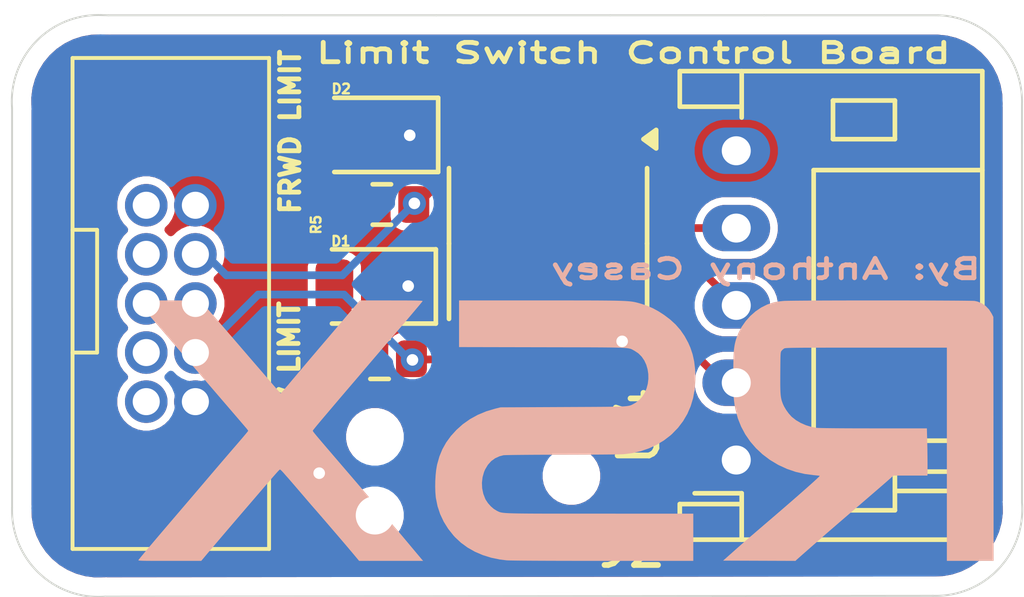
<source format=kicad_pcb>
(kicad_pcb (version 20241229) (generator "pcbnew") (generator_version "9.0")
  (layers (0 "F.Cu" signal) (2 "B.Cu" signal) (13 "F.Paste" user) (15 "B.Paste" user) (5 "F.SilkS" user "F.Silkscreen") (7 "B.SilkS" user "B.Silkscreen") (1 "F.Mask" user) (3 "B.Mask" user) (25 "Edge.Cuts" user))
  (net 0 "")
  (net 1 "GND")
  (net 2 "/R_lim_dig")
  (net 3 "/F_lim_dig")
  (net 4 "/Hall_3")
  (net 5 "/Hall_2")
  (net 6 "/Program")
  (net 7 "/Hall_1")
  (net 8 "Net-(D1-A)")
  (net 9 "Net-(D2-A)")
  (net 10 "+5V")
  (footprint "Resistor_SMD:R_0603_1608Metric" (layer "F.Cu") (at 129.93 104.82 180)
    (property "Reference" "R4" (at 1.64 -0.54 90) (layer "F.SilkS") (effects (font (size 0.25 0.25) (thickness 0.0625))))
    (property "Value" "4.7k" (hide yes))
    (fp_line (start -0.237258 0.5225) (end 0.237258 0.5225) (stroke (width 0.12)) (layer "F.SilkS") (net 1))
    (fp_line (start -0.237258 -0.5225) (end 0.237258 -0.5225) (stroke (width 0.12)) (layer "F.SilkS") (net 1))
    (pad "1" smd roundrect (at -0.825 0 180) (size 0.8 0.95) (layers "F.Cu" "F.Mask" "F.Paste") (net 2 "/R_lim_dig"))
    (pad "2" smd roundrect (at 0.825 0 180) (size 0.8 0.95) (layers "F.Cu" "F.Mask" "F.Paste") (net 8 "Net-(D1-A)"))
  )
  (footprint "myLib:Half_Pitch_IDC_2x5" (layer "F.Cu") (at 124.535 103.39)
    (property "Reference" "J3" (hide yes))
    (property "Value" "Conn_02x05_Odd_Even" (hide yes))
    (fp_line (start -2.54 -6.35) (end 2.54 -6.35) (stroke (width 0.1)) (layer "F.SilkS") (net 1))
    (fp_line (start -2.54 -1.905) (end -1.905 -1.905) (stroke (width 0.1)) (layer "F.SilkS") (net 1))
    (fp_line (start -2.54 6.35) (end -2.54 -6.35) (stroke (width 0.1)) (layer "F.SilkS") (net 1))
    (fp_line (start -1.905 -1.905) (end -1.905 1.27) (stroke (width 0.1)) (layer "F.SilkS") (net 1))
    (fp_line (start -1.905 1.27) (end -2.54 1.27) (stroke (width 0.1)) (layer "F.SilkS") (net 1))
    (fp_line (start 2.54 -6.35) (end 2.54 6.35) (stroke (width 0.1)) (layer "F.SilkS") (net 1))
    (fp_line (start 2.54 6.35) (end -2.54 6.35) (stroke (width 0.1)) (layer "F.SilkS") (net 1))
    (pad "1" thru_hole circle (at -0.635 -2.54) (size 1.1 1.1) (drill 0.7) (layers "*.Cu" "*.Mask"))
    (pad "2" thru_hole circle (at 0.635 -2.54) (size 1.1 1.1) (drill 0.7) (layers "*.Cu" "*.Mask") (net 10 "+5V"))
    (pad "3" thru_hole circle (at -0.635 -1.27) (size 1.1 1.1) (drill 0.7) (layers "*.Cu" "*.Mask"))
    (pad "4" thru_hole circle (at 0.635 -1.27) (size 1.1 1.1) (drill 0.7) (layers "*.Cu" "*.Mask") (net 3 "/F_lim_dig"))
    (pad "5" thru_hole circle (at -0.635 0) (size 1.1 1.1) (drill 0.7) (layers "*.Cu" "*.Mask"))
    (pad "6" thru_hole circle (at 0.635 0) (size 1.1 1.1) (drill 0.7) (layers "*.Cu" "*.Mask"))
    (pad "7" thru_hole circle (at -0.635 1.27) (size 1.1 1.1) (drill 0.7) (layers "*.Cu" "*.Mask"))
    (pad "8" thru_hole circle (at 0.635 1.27) (size 1.1 1.1) (drill 0.7) (layers "*.Cu" "*.Mask") (net 2 "/R_lim_dig"))
    (pad "9" thru_hole circle (at -0.635 2.54) (size 1.1 1.1) (drill 0.7) (layers "*.Cu" "*.Mask"))
    (pad "10" thru_hole circle (at 0.635 2.54) (size 1.1 1.1) (drill 0.7) (layers "*.Cu" "*.Mask") (net 1 "GND"))
  )
  (footprint "Package_SO:SOIC-8_3.9x4.9mm_P1.27mm" (layer "F.Cu") (at 134.285 101.84 -90)
    (property "Reference" "U4" (at 4.72 -2.345 270) (layer "F.SilkS"))
    (property "Value" "ATtiny202-SS" (hide yes))
    (fp_line (start 0 2.56) (end -1.95 2.56) (stroke (width 0.12)) (layer "F.SilkS") (net 1))
    (fp_line (start 0 2.56) (end 1.95 2.56) (stroke (width 0.12)) (layer "F.SilkS") (net 1))
    (fp_line (start 0 -2.56) (end -1.95 -2.56) (stroke (width 0.12)) (layer "F.SilkS") (net 1))
    (fp_line (start 0 -2.56) (end 1.95 -2.56) (stroke (width 0.12)) (layer "F.SilkS") (net 1))
    (fp_poly (pts (xy -2.7 -2.465) (xy -2.94 -2.795) (xy -2.46 -2.795) (xy -2.7 -2.465)) (stroke (width 0.12)) (fill yes) (layer "F.SilkS") (net 1))
    (pad "1" smd roundrect (at -2.475 -1.905 270) (size 1.95 0.6) (layers "F.Cu" "F.Mask" "F.Paste") (net 10 "+5V"))
    (pad "2" smd roundrect (at -2.475 -0.635 270) (size 1.95 0.6) (layers "F.Cu" "F.Mask" "F.Paste") (net 7 "/Hall_1"))
    (pad "3" smd roundrect (at -2.475 0.635 270) (size 1.95 0.6) (layers "F.Cu" "F.Mask" "F.Paste") (net 5 "/Hall_2"))
    (pad "4" smd roundrect (at -2.475 1.905 270) (size 1.95 0.6) (layers "F.Cu" "F.Mask" "F.Paste") (net 3 "/F_lim_dig"))
    (pad "5" smd roundrect (at 2.475 1.905 270) (size 1.95 0.6) (layers "F.Cu" "F.Mask" "F.Paste") (net 2 "/R_lim_dig"))
    (pad "6" smd roundrect (at 2.475 0.635 270) (size 1.95 0.6) (layers "F.Cu" "F.Mask" "F.Paste") (net 6 "/Program"))
    (pad "7" smd roundrect (at 2.475 -0.635 270) (size 1.95 0.6) (layers "F.Cu" "F.Mask" "F.Paste") (net 4 "/Hall_3"))
    (pad "8" smd roundrect (at 2.475 -1.905 270) (size 1.95 0.6) (layers "F.Cu" "F.Mask" "F.Paste") (net 1 "GND"))
  )
  (footprint "rsx_leds:LED_0805_2012Metric" (layer "F.Cu") (at 129.7 102.95 180)
    (property "Reference" "D1" (at 0.77 1.17 180) (layer "F.SilkS") (effects (font (size 0.25 0.25) (thickness 0.0625))))
    (property "Value" "LED" (hide yes))
    (fp_line (start 1 -0.96) (end -1.685 -0.96) (stroke (width 0.12)) (layer "F.SilkS") (net 1))
    (fp_line (start -1.685 0.96) (end 1 0.96) (stroke (width 0.12)) (layer "F.SilkS") (net 1))
    (fp_line (start -1.685 -0.96) (end -1.685 0.96) (stroke (width 0.12)) (layer "F.SilkS") (net 1))
    (pad "1" smd roundrect (at -0.9375 0 180) (size 0.975 1.4) (layers "F.Cu" "F.Mask" "F.Paste") (net 1 "GND"))
    (pad "2" smd roundrect (at 0.9375 0 180) (size 0.975 1.4) (layers "F.Cu" "F.Mask" "F.Paste") (net 8 "Net-(D1-A)"))
  )
  (footprint "Connector_JST:JST_PH_S5B-PH-K_1x05_P2.00mm_Horizontal" (layer "F.Cu") (at 139.15 107.44 90)
    (property "Reference" "Je2" (hide yes))
    (property "Value" "S5B-XH-A" (hide yes))
    (fp_line (start 10.06 -1.46) (end 9.14 -1.46) (stroke (width 0.12)) (layer "F.SilkS") (net 1))
    (fp_line (start 9.14 -1.46) (end 9.14 0.14) (stroke (width 0.12)) (layer "F.SilkS") (net 1))
    (fp_line (start -1.14 -1.46) (end -2.06 -1.46) (stroke (width 0.12)) (layer "F.SilkS") (net 1))
    (fp_line (start -2.06 -1.46) (end -2.06 6.36) (stroke (width 0.12)) (layer "F.SilkS") (net 1))
    (fp_line (start 10.06 0.14) (end 9.14 0.14) (stroke (width 0.12)) (layer "F.SilkS") (net 1))
    (fp_line (start 9.14 0.14) (end 8.86 0.14) (stroke (width 0.12)) (layer "F.SilkS") (net 1))
    (fp_line (start -0.86 0.14) (end -0.86 -1.075) (stroke (width 0.12)) (layer "F.SilkS") (net 1))
    (fp_line (start -0.86 0.14) (end -1.14 0.14) (stroke (width 0.12)) (layer "F.SilkS") (net 1))
    (fp_line (start -1.14 0.14) (end -1.14 -1.46) (stroke (width 0.12)) (layer "F.SilkS") (net 1))
    (fp_line (start -2.06 0.14) (end -1.14 0.14) (stroke (width 0.12)) (layer "F.SilkS") (net 1))
    (fp_line (start 7.5 2) (end 7.5 6.36) (stroke (width 0.12)) (layer "F.SilkS") (net 1))
    (fp_line (start 0.5 2) (end 7.5 2) (stroke (width 0.12)) (layer "F.SilkS") (net 1))
    (fp_line (start 9.3 2.5) (end 9.3 4.1) (stroke (width 0.12)) (layer "F.SilkS") (net 1))
    (fp_line (start 8.3 2.5) (end 9.3 2.5) (stroke (width 0.12)) (layer "F.SilkS") (net 1))
    (fp_line (start -0.3 2.5) (end -1.3 2.5) (stroke (width 0.12)) (layer "F.SilkS") (net 1))
    (fp_line (start -1.3 2.5) (end -1.3 4.1) (stroke (width 0.12)) (layer "F.SilkS") (net 1))
    (fp_line (start 9.3 4.1) (end 8.3 4.1) (stroke (width 0.12)) (layer "F.SilkS") (net 1))
    (fp_line (start 8.3 4.1) (end 8.3 2.5) (stroke (width 0.12)) (layer "F.SilkS") (net 1))
    (fp_line (start -0.3 4.1) (end -0.3 2.5) (stroke (width 0.12)) (layer "F.SilkS") (net 1))
    (fp_line (start -0.3 4.1) (end -0.3 6.36) (stroke (width 0.12)) (layer "F.SilkS") (net 1))
    (fp_line (start -0.8 4.1) (end -0.8 6.36) (stroke (width 0.12)) (layer "F.SilkS") (net 1))
    (fp_line (start -1.3 4.1) (end -0.3 4.1) (stroke (width 0.12)) (layer "F.SilkS") (net 1))
    (fp_line (start 10.06 6.36) (end 10.06 -1.46) (stroke (width 0.12)) (layer "F.SilkS") (net 1))
    (fp_line (start 0.5 6.36) (end 0.5 2) (stroke (width 0.12)) (layer "F.SilkS") (net 1))
    (fp_line (start -2.06 6.36) (end 10.06 6.36) (stroke (width 0.12)) (layer "F.SilkS") (net 1))
    (pad "1" thru_hole roundrect (at 0 0 90) (size 1.2 1.75) (drill 0.75) (layers "*.Cu" "*.Mask") (roundrect_rratio 0.208333) (net 1 "GND"))
    (pad "2" thru_hole oval (at 2 0 90) (size 1.2 1.75) (drill 0.75) (layers "*.Cu" "*.Mask") (net 4 "/Hall_3"))
    (pad "3" thru_hole oval (at 4 0 90) (size 1.2 1.75) (drill 0.75) (layers "*.Cu" "*.Mask") (net 5 "/Hall_2"))
    (pad "4" thru_hole oval (at 6 0 90) (size 1.2 1.75) (drill 0.75) (layers "*.Cu" "*.Mask") (net 7 "/Hall_1"))
    (pad "5" thru_hole oval (at 8 0 90) (size 1.2 1.75) (drill 0.75) (layers "*.Cu" "*.Mask") (net 10 "+5V"))
  )
  (footprint "Connector:Tag-Connect_TC2030-IDC-NL_2x03_P1.27mm_Vertical" (layer "F.Cu") (at 132.35 107.855 180)
    (property "Reference" "J2" (at -4.11 -1.845 0) (layer "F.SilkS"))
    (property "Value" "TC2030-IDC-NL" (hide yes))
    (fp_line (start -1.27 1.27) (end -1.905 1.27) (stroke (width 0.12)) (layer "F.SilkS") (net 1))
    (fp_line (start -1.905 1.27) (end -1.905 0.635) (stroke (width 0.12)) (layer "F.SilkS") (net 1))
    (pad "" np_thru_hole circle (at -2.54 0 180) (size 0.9906 0.9906) (drill 0.9906) (layers "*.Cu" "*.Mask"))
    (pad "" np_thru_hole circle (at 2.54 -1.016 180) (size 0.9906 0.9906) (drill 0.9906) (layers "*.Cu" "*.Mask"))
    (pad "" np_thru_hole circle (at 2.54 1.016 180) (size 0.9906 0.9906) (drill 0.9906) (layers "*.Cu" "*.Mask"))
    (pad "1" connect circle (at -1.27 0.635 180) (size 0.7874 0.7874) (layers "F.Cu" "F.Mask") (net 6 "/Program"))
    (pad "2" connect circle (at -1.27 -0.635 180) (size 0.7874 0.7874) (layers "F.Cu" "F.Mask") (net 10 "+5V"))
    (pad "3" connect circle (at 0 0.635 180) (size 0.7874 0.7874) (layers "F.Cu" "F.Mask"))
    (pad "4" connect circle (at 0 -0.635 180) (size 0.7874 0.7874) (layers "F.Cu" "F.Mask"))
    (pad "5" connect circle (at 1.27 0.635 180) (size 0.7874 0.7874) (layers "F.Cu" "F.Mask"))
    (pad "6" connect circle (at 1.27 -0.635 180) (size 0.7874 0.7874) (layers "F.Cu" "F.Mask") (net 1 "GND"))
    (zone (net 0) (net_name "") (layer "F.Cu") (connect_pads (clearance 0)) (min_thickness 0.254)
      (keepout (tracks allowed) (vias not_allowed) (pads allowed) (copperpour not_allowed) (footprints not_allowed))
      (fill (thermal_gap 0.508) (thermal_bridge_width 0.508))
      (polygon (pts (xy 131.08 108.49) (xy 133.62 108.49) (xy 133.62 107.22) (xy 131.08 107.22)))
    )
  )
  (footprint "Resistor_SMD:R_0603_1608Metric" (layer "F.Cu") (at 129.99 100.83 180)
    (property "Reference" "R5" (at 1.7 -0.5225 90) (layer "F.SilkS") (effects (font (size 0.25 0.25) (thickness 0.0625))))
    (property "Value" "4.7k" (hide yes))
    (fp_line (start -0.237258 0.5225) (end 0.237258 0.5225) (stroke (width 0.12)) (layer "F.SilkS") (net 1))
    (fp_line (start -0.237258 -0.5225) (end 0.237258 -0.5225) (stroke (width 0.12)) (layer "F.SilkS") (net 1))
    (pad "1" smd roundrect (at -0.825 0 180) (size 0.8 0.95) (layers "F.Cu" "F.Mask" "F.Paste") (net 3 "/F_lim_dig"))
    (pad "2" smd roundrect (at 0.825 0 180) (size 0.8 0.95) (layers "F.Cu" "F.Mask" "F.Paste") (net 9 "Net-(D2-A)"))
  )
  (footprint "rsx_leds:LED_0805_2012Metric" (layer "F.Cu") (at 129.76 99.03 180)
    (property "Reference" "D2" (at 0.82 1.19 0) (layer "F.SilkS") (effects (font (size 0.25 0.25) (thickness 0.0625))))
    (property "Value" "LED" (hide yes))
    (fp_line (start 1 -0.96) (end -1.685 -0.96) (stroke (width 0.12)) (layer "F.SilkS") (net 1))
    (fp_line (start -1.685 0.96) (end 1 0.96) (stroke (width 0.12)) (layer "F.SilkS") (net 1))
    (fp_line (start -1.685 -0.96) (end -1.685 0.96) (stroke (width 0.12)) (layer "F.SilkS") (net 1))
    (pad "1" smd roundrect (at -0.9375 0 180) (size 0.975 1.4) (layers "F.Cu" "F.Mask" "F.Paste") (net 1 "GND"))
    (pad "2" smd roundrect (at 0.9375 0 180) (size 0.975 1.4) (layers "F.Cu" "F.Mask" "F.Paste") (net 9 "Net-(D2-A)"))
  )
  (footprint "LOGO" (layer "B.Cu") (at 134.138712 106.752328 180)
    (property "Reference" "G***" (hide yes))
    (property "Value" "LOGO" (hide yes))
    (fp_poly (pts (xy 2.153878 2.837561) (xy 2.153878 2.23417) (xy -0.003284 2.22959) (xy -0.285693 2.229021) (xy -0.543071 2.228535) (xy -0.776656 2.228085) (xy -0.987682 2.227622) (xy -1.177387 2.227096) (xy -1.347005 2.22646) (xy -1.497774 2.225666) (xy -1.63093 2.224664) (xy -1.747708 2.223406) (xy -1.849345 2.221844) (xy -1.937076 2.219929) (xy -2.012139 2.217612) (xy -2.075769 2.214846) (xy -2.129202 2.211581) (xy -2.173674 2.20777) (xy -2.210422 2.203363) (xy -2.240682 2.198312) (xy -2.265689 2.192569) (xy -2.28668 2.186086) (xy -2.304892 2.178812) (xy -2.321559 2.170701) (xy -2.337919 2.161704) (xy -2.355208 2.151772) (xy -2.374661 2.140856) (xy -2.383315 2.136209) (xy -2.483366 2.069265) (xy -2.566999 1.984916) (xy -2.634225 1.886251) (xy -2.68505 1.776363) (xy -2.719485 1.658343) (xy -2.737538 1.535281) (xy -2.739217 1.410269) (xy -2.724532 1.286398) (xy -2.693492 1.166759) (xy -2.646104 1.054444) (xy -2.582378 0.952543) (xy -2.502323 0.864147) (xy -2.405947 0.792349) (xy -2.379454 0.777434) (xy -2.356269 0.764845) (xy -2.335824 0.753537) (xy -2.316668 0.743435) (xy -2.297351 0.734464) (xy -2.276423 0.726549) (xy -2.252435 0.719617) (xy -2.223935 0.713593) (xy -2.189475 0.708402) (xy -2.147604 0.703969) (xy -2.096872 0.700221) (xy -2.035829 0.697083) (xy -1.963025 0.694479) (xy -1.877011 0.692337) (xy -1.776335 0.69058) (xy -1.659548 0.689135) (xy -1.525199 0.687928) (xy -1.37184 0.686883) (xy -1.19802 0.685926) (xy -1.002288 0.684983) (xy -0.783195 0.683979) (xy -0.539291 0.682839) (xy -0.53847 0.682835) (xy 1.083505 0.675052) (xy 1.221506 0.641001) (xy 1.452906 0.571568) (xy 1.669704 0.481246) (xy 1.870982 0.37054) (xy 2.05582 0.239955) (xy 2.22033 0.092975) (xy 2.365535 -0.067102) (xy 2.486257 -0.232769) (xy 2.584152 -0.407049) (xy 2.660878 -0.592966) (xy 2.718092 -0.793544) (xy 2.726093 -0.829769) (xy 2.745665 -0.946197) (xy 2.75974 -1.08053) (xy 2.768078 -1.224939) (xy 2.770439 -1.371592) (xy 2.766583 -1.512659) (xy 2.75627 -1.640312) (xy 2.751981 -1.674108) (xy 2.709467 -1.884581) (xy 2.641984 -2.087965) (xy 2.550193 -2.282911) (xy 2.434756 -2.468069) (xy 2.296337 -2.642089) (xy 2.254809 -2.687307) (xy 2.102954 -2.828892) (xy 1.932439 -2.953162) (xy 1.745021 -3.059332) (xy 1.542455 -3.146615) (xy 1.326496 -3.214225) (xy 1.098901 -3.261375) (xy 0.925904 -3.282469) (xy 0.889727 -3.284415) (xy 0.827621 -3.28622) (xy 0.739926 -3.287885) (xy 0.626978 -3.289406) (xy 0.489116 -3.290782) (xy 0.326678 -3.29201) (xy 0.140002 -3.29309) (xy -0.070573 -3.294019) (xy -0.304709 -3.294796) (xy -0.562069 -3.295417) (xy -0.842315 -3.295882) (xy -1.145107 -3.296189) (xy -1.470109 -3.296336) (xy -1.566159 -3.296348) (xy -3.900621 -3.296484) (xy -3.900621 -2.68578) (xy -3.900621 -2.075077) (xy -1.487358 -2.074849) (xy -1.18581 -2.074832) (xy -0.909373 -2.074818) (xy -0.656891 -2.074774) (xy -0.427209 -2.07467) (xy -0.21917 -2.074471) (xy -0.03162 -2.074147) (xy 0.136599 -2.073665) (xy 0.28664 -2.072992) (xy 0.419661 -2.072097) (xy 0.536817 -2.070947) (xy 0.639264 -2.069509) (xy 0.728157 -2.067752) (xy 0.804652 -2.065644) (xy 0.869905 -2.063151) (xy 0.925072 -2.060243) (xy 0.971308 -2.056885) (xy 1.009769 -2.053047) (xy 1.041612 -2.048696) (xy 1.067991 -2.0438) (xy 1.090062 -2.038326) (xy 1.108982 -2.032242) (xy 1.125906 -2.025517) (xy 1.141989 -2.018117) (xy 1.158388 -2.01001) (xy 1.176258 -2.001165) (xy 1.17772 -2.000456) (xy 1.255968 -1.951876) (xy 1.333726 -1.884449) (xy 1.404476 -1.804892) (xy 1.461698 -1.719923) (xy 1.475817 -1.693239) (xy 1.52723 -1.560292) (xy 1.556112 -1.419316) (xy 1.562449 -1.275044) (xy 1.546231 -1.132208) (xy 1.507445 -0.995542) (xy 1.477737 -0.927233) (xy 1.407498 -0.810804) (xy 1.322371 -0.715982) (xy 1.222005 -0.642497) (xy 1.106053 -0.59008) (xy 1.007062 -0.564123) (xy 0.984987 -0.562375) (xy 0.93821 -0.560684) (xy 0.868295 -0.559065) (xy 0.776804 -0.557532) (xy 0.665303 -0.5561) (xy 0.535355 -0.554783) (xy 0.388525 -0.553596) (xy 0.226376 -0.552553) (xy 0.050472 -0.551668) (xy -0.137623 -0.550956) (xy -0.336344 -0.550432) (xy -0.50328 -0.550156) (xy -0.699298 -0.549822) (xy -0.890126 -0.549316) (xy -1.073856 -0.548653) (xy -1.248583 -0.547847) (xy -1.412403 -0.546912) (xy -1.563409 -0.545864) (xy -1.699695 -0.544717) (xy -1.819357 -0.543486) (xy -1.920488 -0.542185) (xy -2.001183 -0.54083) (xy -2.059536 -0.539433) (xy -2.093643 -0.538012) (xy -2.094874 -0.537926) (xy -2.320765 -0.509727) (xy -2.540956 -0.458858) (xy -2.752656 -0.386484) (xy -2.953075 -0.293767) (xy -3.139422 -0.181871) (xy -3.308907 -0.051961) (xy -3.351591 -0.013786) (xy -3.506086 0.146215) (xy -3.637918 0.319444) (xy -3.747019 0.505737) (xy -3.833323 0.704932) (xy -3.896761 0.916865) (xy -3.937268 1.141373) (xy -3.954776 1.378293) (xy -3.955503 1.457808) (xy -3.946885 1.670307) (xy -3.923187 1.864724) (xy -3.883578 2.045044) (xy -3.827229 2.215251) (xy -3.770753 2.344313) (xy -3.67537 2.519639) (xy -3.567408 2.676302) (xy -3.443434 2.818264) (xy -3.300015 2.949486) (xy -3.14545 3.065857) (xy -2.996065 3.162334) (xy -2.851817 3.240295) (xy -2.704318 3.303741) (xy -2.54518 3.356673) (xy -2.521614 3.363439) (xy -2.487058 3.373153) (xy -2.454492 3.38202) (xy -2.422632 3.390078) (xy -2.390195 3.397366) (xy -2.355899 3.403922) (xy -2.318461 3.409785) (xy -2.276596 3.414995) (xy -2.229023 3.419589) (xy -2.174459 3.423606) (xy -2.11162 3.427085) (xy -2.039224 3.430065) (xy -1.955987 3.432584) (xy -1.860626 3.434681) (xy -1.751859 3.436395) (xy -1.628403 3.437764) (xy -1.488974 3.438827) (xy -1.33229 3.439623) (xy -1.157068 3.44019) (xy -0.962024 3.440568) (xy -0.745875 3.440794) (xy -0.50734 3.440907) (xy -0.245134 3.440947) (xy 0.042025 3.440952) (xy 0.049169 3.440952) (xy 2.153878 3.440952)) (fill yes) (layer "B.SilkS") (net 1))
    (fp_poly (pts (xy -8.5312 3.440571) (xy -8.309164 3.440447) (xy -8.089999 3.440222) (xy -7.875323 3.439895) (xy -7.666757 3.439467) (xy -7.465918 3.438936) (xy -7.274426 3.438304) (xy -7.093899 3.437569) (xy -6.925955 3.436731) (xy -6.772214 3.435791) (xy -6.634294 3.434748) (xy -6.513815 3.433602) (xy -6.412395 3.432352) (xy -6.331652 3.430999) (xy -6.273205 3.429542) (xy -6.238674 3.427981) (xy -6.238367 3.427958) (xy -6.162523 3.420645) (xy -6.084149 3.4103) (xy -6.013498 3.398417) (xy -5.969132 3.388732) (xy -5.808013 3.334134) (xy -5.653643 3.256126) (xy -5.508455 3.157209) (xy -5.374883 3.039884) (xy -5.255362 2.906653) (xy -5.152327 2.760015) (xy -5.06821 2.602471) (xy -5.005447 2.436523) (xy -4.990634 2.383481) (xy -4.977287 2.32786) (xy -4.966212 2.272717) (xy -4.957193 2.214907) (xy -4.950012 2.151286) (xy -4.944453 2.078709) (xy -4.940301 1.994032) (xy -4.937338 1.89411) (xy -4.935349 1.775798) (xy -4.934116 1.635953) (xy -4.933714 1.556309) (xy -4.933488 1.391276) (xy -4.93442 1.249147) (xy -4.936718 1.126575) (xy -4.940591 1.020215) (xy -4.946245 0.92672) (xy -4.95389 0.842746) (xy -4.963734 0.764944) (xy -4.975984 0.68997) (xy -4.990849 0.614477) (xy -4.992892 0.604881) (xy -5.05331 0.384791) (xy -5.137553 0.174479) (xy -5.24457 -0.024714) (xy -5.373312 -0.211447) (xy -5.522729 -0.38438) (xy -5.69177 -0.542172) (xy -5.879387 -0.683483) (xy -6.084528 -0.806973) (xy -6.108768 -0.81975) (xy -6.3247 -0.918826) (xy -6.54738 -0.994594) (xy -6.7801 -1.048001) (xy -7.006671 -1.078273) (xy -7.067849 -1.084136) (xy -7.118599 -1.089468) (xy -7.153713 -1.093689) (xy -7.167982 -1.096219) (xy -7.168022 -1.096251) (xy -7.160816 -1.10707) (xy -7.13459 -1.133986) (xy -7.090355 -1.176105) (xy -7.029122 -1.232532) (xy -6.951902 -1.302375) (xy -6.859707 -1.384737) (xy -6.753547 -1.478726) (xy -6.634433 -1.583447) (xy -6.503377 -1.698006) (xy -6.361389 -1.821509) (xy -6.20948 -1.953061) (xy -6.048662 -2.091769) (xy -5.879946 -2.236738) (xy -5.831231 -2.278498) (xy -5.719396 -2.374386) (xy -5.610051 -2.468269) (xy -5.505445 -2.558208) (xy -5.407822 -2.642267) (xy -5.319429 -2.718508) (xy -5.242513 -2.784995) (xy -5.17932 -2.83979) (xy -5.132097 -2.880956) (xy -5.107853 -2.902304) (xy -5.049765 -2.953917) (xy -4.980087 -3.015806) (xy -4.90688 -3.080813) (xy -4.838204 -3.141782) (xy -4.826673 -3.152016) (xy -4.671301 -3.289917) (xy -5.606323 -3.293288) (xy -6.541345 -3.296659) (xy -6.57044 -3.268838) (xy -6.587949 -3.252868) (xy -6.62227 -3.222226) (xy -6.670442 -3.17953) (xy -6.729504 -3.127399) (xy -6.796494 -3.068452) (xy -6.862203 -3.010786) (xy -6.942839 -2.940066) (xy -7.026507 -2.866615) (xy -7.108246 -2.794792) (xy -7.183095 -2.728958) (xy -7.246093 -2.673473) (xy -7.275905 -2.647171) (xy -7.311958 -2.615573) (xy -7.365835 -2.568689) (xy -7.435429 -2.508337) (xy -7.518633 -2.43634) (xy -7.613339 -2.354516) (xy -7.71744 -2.264687) (xy -7.828828 -2.168673) (xy -7.945395 -2.068293) (xy -8.065035 -1.965368) (xy -8.116443 -1.921175) (xy -8.23616 -1.818219) (xy -8.353245 -1.71741) (xy -8.465653 -1.620515) (xy -8.571335 -1.529306) (xy -8.668245 -1.445552) (xy -8.754336 -1.371022) (xy -8.827562 -1.307486) (xy -8.885875 -1.256714) (xy -8.927228 -1.220475) (xy -8.939831 -1.209316) (xy -9.073714 -1.090072) (xy -9.513442 -1.090072) (xy -9.953169 -1.090072) (xy -9.954663 -0.837254) (xy -9.954711 -0.750475) (xy -9.95403 -0.644862) (xy -9.952713 -0.527836) (xy -9.950852 -0.406817) (xy -9.948541 -0.289226) (xy -9.947056 -0.226551) (xy -9.937955 0.131334) (xy -8.570813 0.131442) (xy -8.340412 0.131594) (xy -8.12572 0.132007) (xy -7.927832 0.132671) (xy -7.747844 0.133574) (xy -7.58685 0.134709) (xy -7.445945 0.136064) (xy -7.326223 0.137629) (xy -7.228781 0.139396) (xy -7.154712 0.141353) (xy -7.105111 0.14349) (xy -7.086669 0.144954) (xy -6.947633 0.170483) (xy -6.808565 0.213846) (xy -6.675593 0.272282) (xy -6.554846 0.343029) (xy -6.452453 0.423327) (xy -6.437776 0.437275) (xy -6.36819 0.514798) (xy -6.302328 0.605229) (xy -6.247046 0.698499) (xy -6.218788 0.758912) (xy -6.201428 0.80361) (xy -6.187031 0.846497) (xy -6.175348 0.890485) (xy -6.166129 0.938485) (xy -6.159126 0.993409) (xy -6.15409 1.05817) (xy -6.15077 1.135679) (xy -6.148919 1.228848) (xy -6.148287 1.340589) (xy -6.148624 1.473814) (xy -6.149235 1.571779) (xy -6.150215 1.703472) (xy -6.151192 1.811463) (xy -6.152306 1.898318) (xy -6.153702 1.966603) (xy -6.155521 2.018881) (xy -6.157907 2.05772) (xy -6.161002 2.085683) (xy -6.164949 2.105336) (xy -6.169889 2.119244) (xy -6.175967 2.129972) (xy -6.180639 2.136515) (xy -6.212459 2.170154) (xy -6.247307 2.196438) (xy -6.253692 2.199516) (xy -6.262665 2.202306) (xy -6.275475 2.204823) (xy -6.293372 2.20708) (xy -6.317606 2.209092) (xy -6.349428 2.210873) (xy -6.390088 2.212438) (xy -6.440837 2.2138) (xy -6.502924 2.214974) (xy -6.577599 2.215974) (xy -6.666113 2.216815) (xy -6.769717 2.21751) (xy -6.889659 2.218074) (xy -7.027191 2.218522) (xy -7.183563 2.218866) (xy -7.360025 2.219122) (xy -7.557827 2.219304) (xy -7.77822 2.219426) (xy -8.022453 2.219503) (xy -8.275044 2.219546) (xy -8.503212 2.219574) (xy -8.725229 2.219599) (xy -8.939575 2.219621) (xy -9.144727 2.219641) (xy -9.339164 2.219658) (xy -9.521365 2.219673) (xy -9.689809 2.219684) (xy -9.842973 2.219692) (xy -9.979336 2.219698) (xy -10.097377 2.219699) (xy -10.195573 2.219698) (xy -10.272405 2.219693) (xy -10.326349 2.219685) (xy -10.355885 2.219673) (xy -10.358972 2.21967) (xy -10.454189 2.219545) (xy -10.454189 -0.538469) (xy -10.454189 -3.296484) (xy -11.058458 -3.296484) (xy -11.662727 -3.296484) (xy -11.659311 -0.140994) (xy -11.655895 3.014495) (xy -11.609928 3.104607) (xy -11.543195 3.208636) (xy -11.459055 3.295843) (xy -11.360771 3.363801) (xy -11.251605 3.410079) (xy -11.176526 3.427357) (xy -11.15335 3.428926) (xy -11.105527 3.430397) (xy -11.034675 3.43177) (xy -10.942412 3.433045) (xy -10.830358 3.434221) (xy -10.700131 3.435298) (xy -10.55335 3.436277) (xy -10.391634 3.437156) (xy -10.216602 3.437935) (xy -10.029871 3.438615) (xy -9.833062 3.439196) (xy -9.627793 3.439676) (xy -9.415682 3.440056) (xy -9.198348 3.440336) (xy -8.977411 3.440515) (xy -8.754489 3.440593)) (fill yes) (layer "B.SilkS") (net 1))
    (fp_poly (pts (xy 4.764929 3.385316) (xy 4.787632 3.359863) (xy 4.824241 3.31771) (xy 4.871809 3.262304) (xy 4.927386 3.197089) (xy 4.988025 3.125512) (xy 5.037639 3.06665) (xy 5.103013 2.989098) (xy 5.181153 2.896709) (xy 5.267727 2.794584) (xy 5.358405 2.687828) (xy 5.448854 2.581542) (xy 5.534744 2.480829) (xy 5.561611 2.44938) (xy 5.774463 2.199946) (xy 5.971329 1.968399) (xy 6.153686 1.753001) (xy 6.323006 1.552014) (xy 6.330299 1.543332) (xy 6.430121 1.424574) (xy 6.514296 1.324637) (xy 6.583989 1.24216) (xy 6.640369 1.175784) (xy 6.684601 1.124149) (xy 6.717853 1.085894) (xy 6.74129 1.059659) (xy 6.75608 1.044086) (xy 6.763389 1.037814) (xy 6.764225 1.037539) (xy 6.774423 1.047149) (xy 6.799403 1.074318) (xy 6.836977 1.11656) (xy 6.884957 1.171386) (xy 6.941153 1.236307) (xy 7.003377 1.308836) (xy 7.020726 1.329165) (xy 7.086729 1.406521) (xy 7.149464 1.479923) (xy 7.206258 1.546253) (xy 7.254438 1.602393) (xy 7.291329 1.645223) (xy 7.314258 1.671624) (xy 7.316276 1.673916) (xy 7.33835 1.69917) (xy 7.374402 1.740731) (xy 7.421302 1.794978) (xy 7.47592 1.858287) (xy 7.535125 1.927035) (xy 7.566439 1.963444) (xy 7.735584 2.160168) (xy 7.888481 2.337916) (xy 8.025972 2.497659) (xy 8.148898 2.640367) (xy 8.258101 2.767012) (xy 8.354423 2.878563) (xy 8.438707 2.975993) (xy 8.511794 3.06027) (xy 8.574525 3.132366) (xy 8.627743 3.193253) (xy 8.67229 3.243899) (xy 8.709008 3.285277) (xy 8.738738 3.318356) (xy 8.762323 3.344109) (xy 8.780604 3.363504) (xy 8.781741 3.364684) (xy 8.853894 3.439451) (xy 9.667174 3.440556) (xy 9.810638 3.440591) (xy 9.946023 3.440313) (xy 10.071094 3.439748) (xy 10.183619 3.43892) (xy 10.281365 3.437855) (xy 10.362098 3.436578) (xy 10.423585 3.435112) (xy 10.463593 3.433485) (xy 10.479888 3.43172) (xy 10.48015 3.431456) (xy 10.47191 3.416448) (xy 10.451308 3.389798) (xy 10.437466 3.373736) (xy 10.413291 3.346225) (xy 10.372278 3.29903) (xy 10.314662 3.232425) (xy 10.24068 3.146685) (xy 10.15057 3.042086) (xy 10.044568 2.918901) (xy 9.92291 2.777407) (xy 9.785834 2.617877) (xy 9.633575 2.440586) (xy 9.515955 2.303579) (xy 9.44962 2.226319) (xy 9.384853 2.150923) (xy 9.324834 2.081091) (xy 9.272744 2.020521) (xy 9.231763 1.972915) (xy 9.20732 1.944571) (xy 9.155101 1.884071) (xy 9.091105 1.809832) (xy 9.016839 1.723606) (xy 8.933808 1.627147) (xy 8.843519 1.522208) (xy 8.747476 1.41054) (xy 8.647186 1.293899) (xy 8.544155 1.174035) (xy 8.439888 1.052703) (xy 8.335892 0.931655) (xy 8.233671 0.812645) (xy 8.134732 0.697424) (xy 8.04058 0.587746) (xy 7.952722 0.485365) (xy 7.872663 0.392032) (xy 7.801909 0.309502) (xy 7.741966 0.239526) (xy 7.694339 0.183858) (xy 7.660535 0.144251) (xy 7.642059 0.122458) (xy 7.640356 0.120416) (xy 7.618184 0.091743) (xy 7.605468 0.071641) (xy 7.604283 0.067943) (xy 7.612801 0.054981) (xy 7.637597 0.023602) (xy 7.677586 -0.024902) (xy 7.731682 -0.089239) (xy 7.798799 -0.168116) (xy 7.877853 -0.260242) (xy 7.959336 -0.354601) (xy 8.018129 -0.422695) (xy 8.090437 -0.506745) (xy 8.172776 -0.602678) (xy 8.261664 -0.706426) (xy 8.353618 -0.813918) (xy 8.445155 -0.921083) (xy 8.532791 -1.023851) (xy 8.613045 -1.11815) (xy 8.661478 -1.17519) (xy 8.708685 -1.230769) (xy 8.770697 -1.303654) (xy 8.84525 -1.391186) (xy 8.930077 -1.490711) (xy 9.022912 -1.59957) (xy 9.12149 -1.715107) (xy 9.223545 -1.834664) (xy 9.326812 -1.955585) (xy 9.41682 -2.060933) (xy 9.575981 -2.247267) (xy 9.718868 -2.414749) (xy 9.846359 -2.564418) (xy 9.959333 -2.697317) (xy 10.058666 -2.814485) (xy 10.145238 -2.916965) (xy 10.219926 -3.005797) (xy 10.283608 -3.082022) (xy 10.337163 -3.146681) (xy 10.381467 -3.200815) (xy 10.417399 -3.245466) (xy 10.439495 -3.2735) (xy 10.442097 -3.278183) (xy 10.440805 -3.282184) (xy 10.433753 -3.285556) (xy 10.419075 -3.288354) (xy 10.394907 -3.29063) (xy 10.359383 -3.292439) (xy 10.310637 -3.293833) (xy 10.246805 -3.294866) (xy 10.166022 -3.295591) (xy 10.066421 -3.296062) (xy 9.946138 -3.296332) (xy 9.803308 -3.296455) (xy 9.637158 -3.296484) (xy 8.816912 -3.296484) (xy 8.660395 -3.109809) (xy 8.569331 -3.001578) (xy 8.461621 -2.874241) (xy 8.337865 -2.728502) (xy 8.198665 -2.565065) (xy 8.044622 -2.384635) (xy 7.876338 -2.187917) (xy 7.694414 -1.975613) (xy 7.499451 -1.74843) (xy 7.293108 -1.508301) (xy 7.188014 -1.386125) (xy 7.098676 -1.282415) (xy 7.023771 -1.195682) (xy 6.961975 -1.124439) (xy 6.911962 -1.067196) (xy 6.87241 -1.022464) (xy 6.841994 -0.988756) (xy 6.819389 -0.964582) (xy 6.803272 -0.948455) (xy 6.792318 -0.938885) (xy 6.785204 -0.934384) (xy 6.781722 -0.933447) (xy 6.767024 -0.942332) (xy 6.740257 -0.966922) (xy 6.70614 -1.002719) (xy 6.689789 -1.021122) (xy 6.651961 -1.064431) (xy 6.618068 -1.102929) (xy 6.593738 -1.130232) (xy 6.588453 -1.136039) (xy 6.569091 -1.157802) (xy 6.533836 -1.198265) (xy 6.483816 -1.256119) (xy 6.420156 -1.330055) (xy 6.343982 -1.418764) (xy 6.256421 -1.520939) (xy 6.158599 -1.635269) (xy 6.119444 -1.681075) (xy 6.063182 -1.7468) (xy 6.009546 -1.809255) (xy 5.962061 -1.864351) (xy 5.924252 -1.907998) (xy 5.899642 -1.93611) (xy 5.898204 -1.937727) (xy 5.864554 -1.975943) (xy 5.814902 -2.03296) (xy 5.750282 -2.107583) (xy 5.671723 -2.198615) (xy 5.580257 -2.304861) (xy 5.476915 -2.425126) (xy 5.362729 -2.558214) (xy 5.303522 -2.627288) (xy 5.225603 -2.71824) (xy 5.161626 -2.792981) (xy 5.108429 -2.855236) (xy 5.062853 -2.90873) (xy 5.021736 -2.95719) (xy 4.981918 -3.004339) (xy 4.940238 -3.053904) (xy 4.893534 -3.109609) (xy 4.838798 -3.175) (xy 4.737146 -3.296484) (xy 3.909458 -3.296484) (xy 3.08177 -3.296484) (xy 3.108202 -3.266933) (xy 3.122883 -3.249856) (xy 3.152147 -3.21526) (xy 3.193758 -3.165806) (xy 3.245484 -3.104153) (xy 3.305091 -3.032963) (xy 3.370347 -2.954897) (xy 3.408624 -2.909048) (xy 3.483514 -2.819433) (xy 3.560658 -2.72735) (xy 3.636414 -2.637132) (xy 3.70714 -2.553109) (xy 3.769193 -2.479613) (xy 3.818932 -2.420975) (xy 3.828303 -2.409979) (xy 4.205531 -1.968275) (xy 4.592292 -1.516135) (xy 4.980694 -1.062781) (xy 5.187194 -0.822042) (xy 5.317837 -0.669783) (xy 5.432403 -0.536193) (xy 5.531937 -0.42002) (xy 5.617483 -0.320011) (xy 5.690085 -0.234915) (xy 5.750787 -0.163479) (xy 5.800634 -0.104453) (xy 5.840669 -0.056584) (xy 5.871936 -0.018619) (xy 5.89548 0.010692) (xy 5.912346 0.032602) (xy 5.923576 0.048363) (xy 5.930215 0.059227) (xy 5.933308 0.066446) (xy 5.933899 0.071271) (xy 5.933639 0.07294) (xy 5.924459 0.086727) (xy 5.900241 0.117957) (xy 5.863039 0.164124) (xy 5.814903 0.222723) (xy 5.757885 0.291248) (xy 5.694037 0.367194) (xy 5.653929 0.414544) (xy 5.582346 0.498839) (xy 5.512082 0.581616) (xy 5.446051 0.659441) (xy 5.387166 0.728878) (xy 5.338341 0.786493) (xy 5.302489 0.828849) (xy 5.292761 0.840362) (xy 5.261717 0.876984) (xy 5.216706 0.929881) (xy 5.160856 0.995385) (xy 5.097296 1.06983) (xy 5.029156 1.149549) (xy 4.959565 1.230875) (xy 4.951292 1.240536) (xy 4.882175 1.321309) (xy 4.814538 1.400469) (xy 4.751419 1.47445) (xy 4.695859 1.539685) (xy 4.650898 1.592607) (xy 4.619577 1.62965) (xy 4.616493 1.633319) (xy 4.58059 1.675845) (xy 4.530195 1.735205) (xy 4.467943 1.808321) (xy 4.396468 1.892111) (xy 4.318406 1.983497) (xy 4.236391 2.079398) (xy 4.153058 2.176734) (xy 4.071043 2.272425) (xy 3.99298 2.363392) (xy 3.921504 2.446554) (xy 3.859251 2.518832) (xy 3.822821 2.561014) (xy 3.761557 2.632073) (xy 3.693823 2.711045) (xy 3.621623 2.795555) (xy 3.546967 2.883225) (xy 3.47186 2.971679) (xy 3.39831 3.058541) (xy 3.328325 3.141435) (xy 3.263911 3.217983) (xy 3.207077 3.285809) (xy 3.159828 3.342538) (xy 3.124172 3.385792) (xy 3.102117 3.413194) (xy 3.095759 3.421823) (xy 3.096685 3.425635) (xy 3.105244 3.428901) (xy 3.123218 3.431664) (xy 3.15239 3.433966) (xy 3.194543 3.435848) (xy 3.25146 3.437353) (xy 3.324924 3.438522) (xy 3.416718 3.439398) (xy 3.528624 3.440022) (xy 3.662426 3.440437) (xy 3.819906 3.440684) (xy 3.899287 3.440753) (xy 4.713105 3.441314)) (fill yes) (layer "B.SilkS") (net 1))
  )
  (gr_arc (start 120.432108 98.340036) (mid 121.04375 96.62125) (end 122.732108 95.930036) (stroke (width 0.05)) (layer "Edge.Cuts"))
  (gr_line (start 139.87 95.935) (end 135.895 95.935) (stroke (width 0.05)) (layer "Edge.Cuts"))
  (gr_arc (start 122.842536 110.972892) (mid 121.12375 110.36125) (end 120.432536 108.672892) (stroke (width 0.05)) (layer "Edge.Cuts"))
  (gr_line (start 135.895 95.935) (end 131.395 95.935) (stroke (width 0.05)) (layer "Edge.Cuts"))
  (gr_line (start 146.535377 108.54245) (end 146.53495 98.239623) (stroke (width 0.05)) (layer "Edge.Cuts"))
  (gr_line (start 120.432536 108.672892) (end 120.432108 98.340036) (stroke (width 0.05)) (layer "Edge.Cuts"))
  (gr_line (start 122.842536 110.972892) (end 144.235377 110.95245) (stroke (width 0.05)) (layer "Edge.Cuts"))
  (gr_line (start 122.92 95.935) (end 122.732108 95.930036) (stroke (width 0.05)) (layer "Edge.Cuts"))
  (gr_line (start 131.395 95.935) (end 127.42 95.935) (stroke (width 0.05)) (layer "Edge.Cuts"))
  (gr_arc (start 144.37 95.935) (mid 145.930009 96.638719) (end 146.53495 98.239623) (stroke (width 0.05)) (layer "Edge.Cuts"))
  (gr_line (start 122.92 95.935) (end 127.42 95.935) (stroke (width 0.05)) (layer "Edge.Cuts"))
  (gr_line (start 144.37 95.935001) (end 139.87 95.935) (stroke (width 0.05)) (layer "Edge.Cuts"))
  (gr_arc (start 146.535377 108.54245) (mid 145.923735 110.261236) (end 144.235377 110.95245) (stroke (width 0.05)) (layer "Edge.Cuts"))
  (gr_text "FRWD LIMIT " (at 127.62 98.76 90) (layer "F.SilkS") (effects (font (size 0.5 0.5) (thickness 0.125) (bold yes))))
  (gr_text "REV LIMIT" (at 127.6 105.15 90) (layer "F.SilkS") (effects (font (size 0.5 0.5) (thickness 0.125) (bold yes))))
  (gr_text "Limit Switch Control Board" (at 136.49375 96.91125 0) (layer "F.SilkS") (effects (font (size 0.5 0.8) (thickness 0.125))))
  (gr_text "By: Anthony Casey" (at 139.92 102.5 0) (layer "B.SilkS") (effects (font (size 0.5 0.8) (thickness 0.125)) (justify mirror)))
  (segment (start 130.71 99.04) (end 130.62 98.835) (width 0.2) (layer "F.Cu") (net 1))
  (segment (start 130.37 107.78) (end 128.37 107.78) (width 0.2) (layer "F.Cu") (net 1))
  (segment (start 131.08 108.49) (end 130.37 107.78) (width 0.2) (layer "F.Cu") (net 1))
  (segment (start 130.53 98.925) (end 130.71 99.04) (width 0.2) (layer "F.Cu") (net 1))
  (via (at 130.67 102.94) (size 0.6) (drill 0.3) (layers "F.Cu" "B.Cu") (net 1))
  (via (at 128.37 107.78) (size 0.6) (drill 0.3) (layers "F.Cu" "B.Cu") (net 1))
  (via (at 136.2 104.37) (size 0.6) (drill 0.3) (layers "F.Cu" "B.Cu") (net 1))
  (via (at 130.71 99.04) (size 0.6) (drill 0.3) (layers "F.Cu" "B.Cu") (net 1))
  (segment (start 130.755 104.82) (end 130.78 104.85) (width 0.2) (layer "F.Cu") (net 2))
  (segment (start 131.875 104.82) (end 132.38 104.315) (width 0.2) (layer "F.Cu") (net 2))
  (segment (start 125.17 104.6) (end 125.17 104.66) (width 0.2) (layer "F.Cu") (net 2))
  (segment (start 130.78 104.85) (end 131.875 104.82) (width 0.2) (layer "F.Cu") (net 2))
  (via (at 130.78 104.85) (size 0.6) (drill 0.3) (layers "F.Cu" "B.Cu") (net 2))
  (segment (start 125.295 104.66) (end 125.17 104.66) (width 0.2) (layer "B.Cu") (net 2))
  (segment (start 129.01 103.16) (end 126.795 103.16) (width 0.2) (layer "B.Cu") (net 2))
  (segment (start 130.7 104.85) (end 129.01 103.16) (width 0.2) (layer "B.Cu") (net 2))
  (segment (start 130.78 104.85) (end 130.7 104.85) (width 0.2) (layer "B.Cu") (net 2))
  (segment (start 126.795 103.16) (end 125.295 104.66) (width 0.2) (layer "B.Cu") (net 2))
  (segment (start 130.83 100.8) (end 130.915 100.83) (width 0.2) (layer "F.Cu") (net 3))
  (segment (start 130.915 100.83) (end 132.38 99.365) (width 0.2) (layer "F.Cu") (net 3))
  (segment (start 130.815 100.83) (end 130.83 100.8) (width 0.2) (layer "F.Cu") (net 3))
  (via (at 130.83 100.8) (size 0.6) (drill 0.3) (layers "F.Cu" "B.Cu") (net 3))
  (segment (start 130.83 100.8) (end 128.97 102.66) (width 0.2) (layer "B.Cu") (net 3))
  (segment (start 128.97 102.66) (end 125.97 102.66) (width 0.2) (layer "B.Cu") (net 3))
  (segment (start 125.97 102.66) (end 125.43 102.12) (width 0.2) (layer "B.Cu") (net 3))
  (segment (start 125.43 102.12) (end 125.17 102.12) (width 0.2) (layer "B.Cu") (net 3))
  (segment (start 135.28875 102.45125) (end 134.92 102.82) (width 0.2) (layer "F.Cu") (net 4))
  (segment (start 137.72 103.11) (end 137.06125 102.45125) (width 0.2) (layer "F.Cu") (net 4))
  (segment (start 139.15 105.44) (end 138.82 105.44) (width 0.2) (layer "F.Cu") (net 4))
  (segment (start 137.06125 102.45125) (end 135.28875 102.45125) (width 0.2) (layer "F.Cu") (net 4))
  (segment (start 134.92 102.82) (end 134.92 104.315) (width 0.2) (layer "F.Cu") (net 4))
  (segment (start 137.72 104.34) (end 137.72 103.11) (width 0.2) (layer "F.Cu") (net 4))
  (segment (start 138.82 105.44) (end 137.72 104.34) (width 0.2) (layer "F.Cu") (net 4))
  (segment (start 139.15 105.44) (end 139.15 105.42) (width 0.2) (layer "F.Cu") (net 4))
  (segment (start 137.68125 101.97125) (end 135.71125 101.97125) (width 0.2) (layer "F.Cu") (net 5))
  (segment (start 135.71125 101.97125) (end 133.65 99.91) (width 0.2) (layer "F.Cu") (net 5))
  (segment (start 139.15 103.44) (end 137.68125 101.97125) (width 0.2) (layer "F.Cu") (net 5))
  (segment (start 133.65 99.91) (end 133.65 99.365) (width 0.2) (layer "F.Cu") (net 5))
  (segment (start 133.62 104.345) (end 133.65 104.315) (width 0.2) (layer "F.Cu") (net 6))
  (segment (start 133.62 107.22) (end 133.62 104.345) (width 0.2) (layer "F.Cu") (net 6))
  (segment (start 136.020001 101.44) (end 134.92 100.339999) (width 0.2) (layer "F.Cu") (net 7))
  (segment (start 134.92 100.339999) (end 134.92 99.365) (width 0.2) (layer "F.Cu") (net 7))
  (segment (start 139.15 101.44) (end 136.020001 101.44) (width 0.2) (layer "F.Cu") (net 7))
  (segment (start 129.105 104.82) (end 129.105 103.2925) (width 0.2) (layer "F.Cu") (net 8))
  (segment (start 129.105 103.2925) (end 128.7625 102.95) (width 0.2) (layer "F.Cu") (net 8))
  (segment (start 128.8225 100.4875) (end 129.165 100.83) (width 0.2) (layer "F.Cu") (net 9))
  (segment (start 128.8225 99.03) (end 128.8225 100.4875) (width 0.2) (layer "F.Cu") (net 9))
  (zone (net 10) (net_name "+5V") (layer "F.Cu") (connect_pads yes (clearance 0.2)) (min_thickness 0.2) (fill yes (thermal_gap 0.2) (thermal_bridge_width 0.2))
    (polygon (pts (xy 120.17 95.57) (xy 146.55 95.57) (xy 146.55 110.7) (xy 146.28 110.97) (xy 120.17 110.97)))
  )
  (zone (net 1) (net_name "GND") (layer "B.Cu") (connect_pads yes (clearance 0.2)) (min_thickness 0.2) (fill yes (thermal_gap 0.2) (thermal_bridge_width 0.2))
    (polygon (pts (xy 120.12 95.54) (xy 146.6 95.54) (xy 146.6 110.72) (xy 146.33 110.99) (xy 120.12 110.99)))
  )
)
</source>
